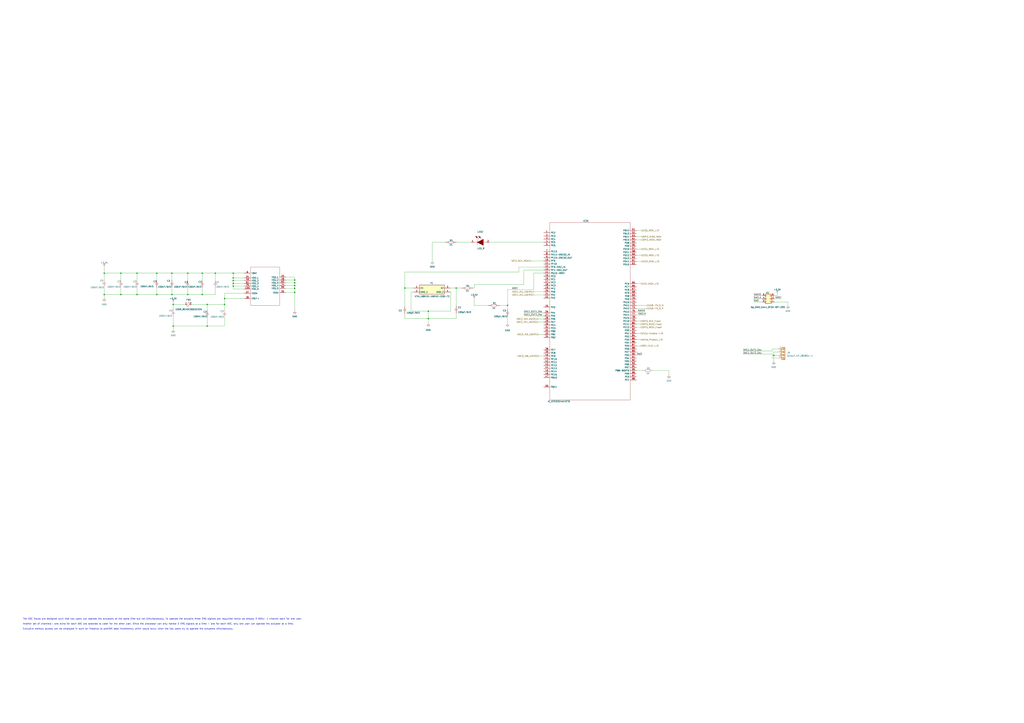
<source format=kicad_sch>
(kicad_sch (version 20230121) (generator eeschema)
  (paper "A1")
  (lib_symbols
    (symbol "C_CER/6.3V_1" (pin_names (offset 0.762))
      (property "Reference" "C" (at 8.89 6.35 0))
      (property "Value" "C_CER/6.3V" (at 8.89 3.81 0))
      (symbol "C_CER/6.3V_1_0_1"
        (polyline (pts (xy 5.588 -1.016) (xy 5.588 -1.27)))
        (polyline (pts (xy 5.588 1.27) (xy 5.588 -1.016)))
        (polyline (pts (xy 6.35 1.27) (xy 6.35 -1.27)))
      )
      (symbol "C_CER/6.3V_1_1_1"
        (pin input line (at 3.048 0 0) (length 2.54) (name "") (number ""))
        (pin input line (at 8.89 0 180) (length 2.54) (name "") (number ""))
      )
    )
    (symbol "Fermion_1:6p_SWD_Conn_DF3A-6P-2DS" (pin_names (offset 0.762))
      (property "Reference" "U" (at 6.858 -1.27 0))
      (property "Value" "6p_SWD_Conn_DF3A-6P-2DS" (at 2.54 -11.43 0))
      (symbol "6p_SWD_Conn_DF3A-6P-2DS_1_1"
        (rectangle (start 5.842 -8.509) (end 7.112 -8.763) (stroke (width 0.1524)))
        (rectangle (start 5.842 -5.969) (end 7.112 -6.223) (stroke (width 0.1524)))
        (rectangle (start 5.842 -3.429) (end 7.112 -3.683) (stroke (width 0.1524)))
        (rectangle (start 5.842 -2.286) (end 10.922 -9.906) (stroke (width 0.254)) (fill (type background)))
        (rectangle (start 10.922 -8.509) (end 9.652 -8.763) (stroke (width 0.1524)))
        (rectangle (start 10.922 -5.969) (end 9.652 -6.223) (stroke (width 0.1524)))
        (rectangle (start 10.922 -3.429) (end 9.652 -3.683) (stroke (width 0.1524)))
        (pin input line (at 13.462 -8.636 180) (length 2.54) (name "") (number "1"))
        (pin input line (at 13.462 -6.096 180) (length 2.54) (name "") (number "2"))
        (pin input line (at 3.302 -8.636 0) (length 2.54) (name "") (number "3"))
        (pin input line (at 3.302 -6.096 0) (length 2.54) (name "") (number "4"))
        (pin input line (at 3.302 -3.556 0) (length 2.54) (name "") (number "5"))
        (pin input line (at 13.462 -3.556 180) (length 2.54) (name "") (number "6"))
      )
    )
    (symbol "Fermion_1:FB_BEADC0603X33N" (pin_names (offset 0.762))
      (property "Reference" "FB" (at -1.524 3.302 0))
      (property "Value" "FB_BEADC0603X33N" (at -7.62 -5.334 0))
      (symbol "FB_BEADC0603X33N_0_1"
        (polyline (pts (xy -0.889 0) (xy -1.2954 0)))
        (polyline (pts (xy 1.27 0) (xy 0.7874 0)))
        (polyline (pts (xy -0.2794 -1.8288) (xy -1.4986 -1.1176) (xy 0.2032 1.8288) (xy 1.4224 1.1176) (xy -0.2794 -1.8288)))
      )
      (symbol "FB_BEADC0603X33N_1_1"
        (pin passive line (at -2.54 0 0) (length 1.27) (name "~") (number "1"))
        (pin passive line (at 2.54 0 180) (length 1.27) (name "~") (number "2"))
      )
    )
    (symbol "Fermion_1:Green-LED_SMLP1ECNWT86" (pin_names (offset 0.762))
      (property "Reference" "LED" (at 12.7 8.89 0))
      (property "Value" "Green-LED_SMLP1ECNWT86" (at 12.7 6.35 0))
      (symbol "Green-LED_SMLP1ECNWT86_0_0"
        (pin passive line (at 0 0 0) (length 2.54) (name "~") (number "1"))
        (pin passive line (at 15.24 0 180) (length 2.54) (name "~") (number "2"))
      )
      (symbol "Green-LED_SMLP1ECNWT86_0_1"
        (polyline (pts (xy 2.54 0) (xy 5.08 0)) (stroke (width 0.1524)))
        (polyline (pts (xy 5.08 2.54) (xy 5.08 -2.54)) (stroke (width 0.1524)))
        (polyline (pts (xy 6.35 2.54) (xy 3.81 5.08)) (stroke (width 0.1524)))
        (polyline (pts (xy 8.89 2.54) (xy 6.35 5.08)) (stroke (width 0.1524)))
        (polyline (pts (xy 10.16 0) (xy 12.7 0)) (stroke (width 0.1524)))
        (polyline (pts (xy 5.08 0) (xy 10.16 2.54) (xy 10.16 -2.54) (xy 5.08 0)) (stroke (width 0.254)) (fill (type outline)))
        (polyline (pts (xy 5.334 4.318) (xy 4.572 3.556) (xy 3.81 5.08) (xy 5.334 4.318)) (stroke (width 0.254)) (fill (type outline)))
        (polyline (pts (xy 7.874 4.318) (xy 7.112 3.556) (xy 6.35 5.08) (xy 7.874 4.318)) (stroke (width 0.254)) (fill (type outline)))
      )
    )
    (symbol "Fermion_1:R_0402" (pin_names (offset 0.762))
      (property "Reference" "R" (at 13.97 6.35 0))
      (property "Value" "R_0402" (at 13.97 3.81 0))
      (symbol "R_0402_0_1"
        (rectangle (start 6.096 1.016) (end 10.16 -0.508))
      )
      (symbol "R_0402_1_1"
        (pin input line (at 3.556 0.254 0) (length 2.54) (name "") (number ""))
        (pin input line (at 12.7 0.254 180) (length 2.54) (name "") (number ""))
      )
    )
    (symbol "Fermion_1:STM32G4A1VET6" (pin_names (offset 0.762))
      (property "Reference" "IC" (at 76.454 -24.638 90))
      (property "Value" "STM32G4A1VET6" (at 4.826 46.228 0))
      (symbol "STM32G4A1VET6_0_0"
        (pin passive line (at 0 36.576 0) (length 5.08) (name "PE2") (number "1"))
        (pin passive line (at 0 13.462 0) (length 5.08) (name "PF9") (number "10"))
        (pin passive line (at -245.872 -9.652 0) (length 5.08) (name "VDD_5") (number "100"))
        (pin passive line (at 0 10.922 0) (length 5.08) (name "PF10") (number "11"))
        (pin passive line (at 0 8.382 0) (length 5.08) (name "PF0-OSC_IN") (number "12"))
        (pin passive line (at 0 5.842 0) (length 5.08) (name "PF1-OSC_OUT") (number "13"))
        (pin passive line (at 0 3.302 0) (length 5.08) (name "PG10-NRST") (number "14"))
        (pin passive line (at 0 0.762 0) (length 5.08) (name "PC0") (number "15"))
        (pin passive line (at 0 -1.778 0) (length 5.08) (name "PC1") (number "16"))
        (pin passive line (at 0 -4.318 0) (length 5.08) (name "PC2") (number "17"))
        (pin passive line (at 0 -6.858 0) (length 5.08) (name "PC3") (number "18"))
        (pin passive line (at 0 -9.398 0) (length 5.08) (name "PF2") (number "19"))
        (pin passive line (at 0 33.782 0) (length 5.08) (name "PE3") (number "2"))
        (pin passive line (at 0 -11.938 0) (length 5.08) (name "PA0") (number "20"))
        (pin passive line (at 0 -14.478 0) (length 5.08) (name "PA1") (number "21"))
        (pin passive line (at 0 -17.018 0) (length 5.08) (name "PA2") (number "22"))
        (pin passive line (at -211.836 0 180) (length 5.08) (name "VSS_1") (number "23"))
        (pin passive line (at -245.872 -0.508 0) (length 5.08) (name "VDD_1") (number "24"))
        (pin passive line (at 0 -24.638 0) (length 5.08) (name "PA3") (number "25"))
        (pin passive line (at 0 -29.21 0) (length 5.08) (name "PA4") (number "26"))
        (pin passive line (at 0 -31.75 0) (length 5.08) (name "PA5") (number "27"))
        (pin passive line (at 0 -34.29 0) (length 5.08) (name "PA6") (number "28"))
        (pin passive line (at 0 -36.83 0) (length 5.08) (name "PA7") (number "29"))
        (pin passive line (at 0 31.242 0) (length 5.08) (name "PE4") (number "3"))
        (pin passive line (at 0 -39.37 0) (length 5.08) (name "PC4") (number "30"))
        (pin passive line (at 0 -41.91 0) (length 5.08) (name "PC5") (number "31"))
        (pin passive line (at 0 -44.45 0) (length 5.08) (name "PB0") (number "32"))
        (pin passive line (at 0 -46.99 0) (length 5.08) (name "PB1") (number "33"))
        (pin passive line (at 0 -49.53 0) (length 5.08) (name "PB2") (number "34"))
        (pin passive line (at -211.836 -12.7 180) (length 5.08) (name "VSSA") (number "35"))
        (pin passive line (at -245.872 -17.526 0) (length 5.08) (name "VREF+") (number "36"))
        (pin passive line (at -245.872 -13.208 0) (length 5.08) (name "VDDA") (number "37"))
        (pin passive line (at 0 -59.69 0) (length 5.08) (name "PE7") (number "38"))
        (pin passive line (at 0 -62.23 0) (length 5.08) (name "PE8") (number "39"))
        (pin passive line (at 0 28.702 0) (length 5.08) (name "PE5") (number "4"))
        (pin passive line (at 0 -64.77 0) (length 5.08) (name "PE9") (number "40"))
        (pin passive line (at 0 -67.31 0) (length 5.08) (name "PE10") (number "41"))
        (pin passive line (at 0 -69.85 0) (length 5.08) (name "PE11") (number "42"))
        (pin passive line (at 0 -72.39 0) (length 5.08) (name "PE12") (number "43"))
        (pin passive line (at 0 -74.93 0) (length 5.08) (name "PE13") (number "44"))
        (pin passive line (at 0 -77.47 0) (length 5.08) (name "PE14") (number "45"))
        (pin passive line (at 0 -80.01 0) (length 5.08) (name "PE15") (number "46"))
        (pin passive line (at 0 -82.55 0) (length 5.08) (name "PB10") (number "47"))
        (pin passive line (at -211.836 -2.286 180) (length 5.08) (name "VSS_2") (number "48"))
        (pin passive line (at -245.872 -2.794 0) (length 5.08) (name "VDD_2") (number "49"))
        (pin passive line (at 0 26.162 0) (length 5.08) (name "PE6") (number "5"))
        (pin passive line (at 0 -90.17 0) (length 5.08) (name "PB11") (number "50"))
        (pin passive line (at 76.2 38.354 180) (length 5.08) (name "PB12") (number "51"))
        (pin passive line (at 76.2 35.814 180) (length 5.08) (name "PB13") (number "52"))
        (pin passive line (at 76.2 33.274 180) (length 5.08) (name "PB14") (number "53"))
        (pin passive line (at 76.2 30.734 180) (length 5.08) (name "PB15") (number "54"))
        (pin passive line (at 76.2 28.194 180) (length 5.08) (name "PD8") (number "55"))
        (pin passive line (at 76.2 25.654 180) (length 5.08) (name "PD9") (number "56"))
        (pin passive line (at 76.2 23.114 180) (length 5.08) (name "PD10") (number "57"))
        (pin passive line (at 76.2 20.574 180) (length 5.08) (name "PD11") (number "58"))
        (pin passive line (at 76.2 18.034 180) (length 5.08) (name "PD12") (number "59"))
        (pin passive line (at -245.872 3.302 0) (length 5.08) (name "VBAT") (number "6"))
        (pin passive line (at 76.2 15.494 180) (length 5.08) (name "PD13") (number "60"))
        (pin passive line (at 76.2 12.954 180) (length 5.08) (name "PD14") (number "61"))
        (pin passive line (at 76.2 10.414 180) (length 5.08) (name "PD15") (number "62"))
        (pin passive line (at -211.836 -4.572 180) (length 5.08) (name "VSS_3") (number "63"))
        (pin passive line (at -245.872 -5.08 0) (length 5.08) (name "VDD_3") (number "64"))
        (pin passive line (at 76.2 -5.334 180) (length 5.08) (name "PC6") (number "65"))
        (pin passive line (at 76.2 -7.874 180) (length 5.08) (name "PC7") (number "66"))
        (pin passive line (at 76.2 -10.414 180) (length 5.08) (name "PC8") (number "67"))
        (pin passive line (at 76.2 -12.954 180) (length 5.08) (name "PC9") (number "68"))
        (pin passive line (at 76.2 -15.494 180) (length 5.08) (name "PA8") (number "69"))
        (pin passive line (at 0 21.082 0) (length 5.08) (name "PC13") (number "7"))
        (pin passive line (at 76.2 -18.034 180) (length 5.08) (name "PA9") (number "70"))
        (pin passive line (at 76.2 -20.574 180) (length 5.08) (name "PA10") (number "71"))
        (pin passive line (at 76.2 -23.114 180) (length 5.08) (name "PA11") (number "72"))
        (pin passive line (at 76.2 -25.654 180) (length 5.08) (name "PA12") (number "73"))
        (pin passive line (at -211.836 -6.858 180) (length 5.08) (name "VSS_4") (number "74"))
        (pin passive line (at -245.872 -7.366 0) (length 5.08) (name "VDD_4") (number "75"))
        (pin passive line (at 76.2 -28.448 180) (length 5.08) (name "PA13") (number "76"))
        (pin passive line (at 76.2 -30.988 180) (length 5.08) (name "PA14") (number "77"))
        (pin passive line (at 76.2 -33.528 180) (length 5.08) (name "PA15") (number "78"))
        (pin passive line (at 76.2 -36.068 180) (length 5.08) (name "PC10") (number "79"))
        (pin passive line (at 0 18.542 0) (length 5.08) (name "PC14-OSC32_IN") (number "8"))
        (pin passive line (at 76.2 -38.608 180) (length 5.08) (name "PC11") (number "80"))
        (pin passive line (at 76.2 -41.148 180) (length 5.08) (name "PC12") (number "81"))
        (pin passive line (at 76.2 -43.688 180) (length 5.08) (name "PD0") (number "82"))
        (pin passive line (at 76.2 -46.228 180) (length 5.08) (name "PD1") (number "83"))
        (pin passive line (at 76.2 -48.768 180) (length 5.08) (name "PD2") (number "84"))
        (pin passive line (at 76.2 -51.308 180) (length 5.08) (name "PD3") (number "85"))
        (pin passive line (at 76.2 -53.848 180) (length 5.08) (name "PD4") (number "86"))
        (pin passive line (at 76.2 -56.388 180) (length 5.08) (name "PD5") (number "87"))
        (pin passive line (at 76.2 -58.928 180) (length 5.08) (name "PD6") (number "88"))
        (pin passive line (at 76.2 -61.468 180) (length 5.08) (name "PD7") (number "89"))
        (pin passive line (at 0 16.002 0) (length 5.08) (name "PC15-OSC32_OUT") (number "9"))
        (pin passive line (at 76.2 -64.008 180) (length 5.08) (name "PB3") (number "90"))
        (pin passive line (at 76.2 -66.548 180) (length 5.08) (name "PB4") (number "91"))
        (pin passive line (at 76.2 -69.088 180) (length 5.08) (name "PB5") (number "92"))
        (pin passive line (at 76.2 -71.628 180) (length 5.08) (name "PB6") (number "93"))
        (pin passive line (at 76.2 -74.168 180) (length 5.08) (name "PB7") (number "94"))
        (pin passive line (at 76.2 -76.708 180) (length 5.08) (name "PB8-BOOT0") (number "95"))
        (pin passive line (at 76.2 -79.248 180) (length 5.08) (name "PB9") (number "96"))
        (pin passive line (at 76.2 -81.788 180) (length 5.08) (name "PE0") (number "97"))
        (pin passive line (at 76.2 -84.328 180) (length 5.08) (name "PE1") (number "98"))
        (pin passive line (at -211.836 -9.144 180) (length 5.08) (name "VSS_5") (number "99"))
      )
      (symbol "STM32G4A1VET6_0_1"
        (rectangle (start -240.792 8.382) (end -216.916 -23.114))
        (rectangle (start 5.08 44.958) (end 71.12 -100.838))
      )
    )
    (symbol "Fermion_1:ScrewT_4p_282834-4" (pin_names (offset 0.762))
      (property "Reference" "J" (at -2.794 10.16 0))
      (property "Value" "ScrewT_4p_282834-4" (at -11.938 -2.794 0))
      (symbol "ScrewT_4p_282834-4_1_1"
        (rectangle (start -4.064 9.144) (end -1.524 -1.016) (stroke (width 0.254)) (fill (type background)))
        (circle (center -2.794 0.254) (radius 0.635) (stroke (width 0.1524)))
        (circle (center -2.794 2.794) (radius 0.635) (stroke (width 0.1524)))
        (circle (center -2.794 5.334) (radius 0.635) (stroke (width 0.1524)))
        (circle (center -2.794 7.874) (radius 0.635) (stroke (width 0.1524)))
        (polyline (pts (xy -3.3274 0.5842) (xy -2.4638 -0.254)) (stroke (width 0.1524)))
        (polyline (pts (xy -3.3274 3.1242) (xy -2.4638 2.286)) (stroke (width 0.1524)))
        (polyline (pts (xy -3.3274 5.6642) (xy -2.4638 4.826)) (stroke (width 0.1524)))
        (polyline (pts (xy -3.3274 8.2042) (xy -2.4638 7.366)) (stroke (width 0.1524)))
        (polyline (pts (xy -3.1496 0.762) (xy -2.286 -0.0762)) (stroke (width 0.1524)))
        (polyline (pts (xy -3.1496 3.302) (xy -2.286 2.4638)) (stroke (width 0.1524)))
        (polyline (pts (xy -3.1496 5.842) (xy -2.286 5.0038)) (stroke (width 0.1524)))
        (polyline (pts (xy -3.1496 8.382) (xy -2.286 7.5438)) (stroke (width 0.1524)))
        (pin input line (at -6.604 7.874 0) (length 2.54) (name "") (number "1"))
        (pin input line (at -6.604 5.334 0) (length 2.54) (name "") (number "2"))
        (pin input line (at -6.604 2.54 0) (length 2.54) (name "") (number "3"))
        (pin input line (at -6.604 0.254 0) (length 2.54) (name "") (number "4"))
      )
    )
    (symbol "Fermion_1:XTAL_ABM10-16MHZ-D30-T3"
      (property "Reference" "Y" (at 26.67 7.62 0))
      (property "Value" "XTAL_ABM10-16MHZ-D30-T3" (at 26.67 5.08 0))
      (symbol "XTAL_ABM10-16MHZ-D30-T3_1_1"
        (rectangle (start 5.08 2.54) (end 25.4 -5.08) (stroke (width 0.254)) (fill (type background)))
        (pin passive line (at 0 0 0) (length 5.08) (name "X1") (number "1"))
        (pin passive line (at 0 -3.302 0) (length 5.08) (name "GND_1") (number "2"))
        (pin passive line (at 30.48 0 180) (length 5.08) (name "X2") (number "3"))
        (pin passive line (at 30.48 -3.302 180) (length 5.08) (name "GND_2") (number "4"))
      )
    )
    (symbol "power:+3.3V" (power) (pin_names (offset 0))
      (property "Value" "+3.3V" (at 0 3.556 0))
      (symbol "+3.3V_0_1"
        (polyline (pts (xy -0.762 1.27) (xy 0 2.54)))
        (polyline (pts (xy 0 0) (xy 0 2.54)))
        (polyline (pts (xy 0 2.54) (xy 0.762 1.27)))
      )
      (symbol "+3.3V_1_1"
        (pin power_in line (at 0 0 90) (length 0) hide (name "+3.3V") (number "1"))
      )
    )
    (symbol "power:GND" (power) (pin_names (offset 0))
      (property "Value" "GND" (at 0 -3.81 0))
      (symbol "GND_0_1"
        (polyline (pts (xy 0 0) (xy 0 -1.27) (xy 1.27 -1.27) (xy 0 -2.54) (xy -1.27 -1.27) (xy 0 -1.27)))
      )
      (symbol "GND_1_1"
        (pin power_in line (at 0 0 270) (length 0) hide (name "GND") (number "1"))
      )
    )
  )
  (junction (at 166.116 224.536))
  (junction (at 128.778 224.536))
  (junction (at 184.404 250.19))
  (junction (at 141.224 242.062))
  (junction (at 141.224 224.536))
  (junction (at 85.598 224.536))
  (junction (at 191.516 224.536))
  (junction (at 351.79 255.778))
  (junction (at 176.784 224.536))
  (junction (at 142.24 267.97))
  (junction (at 191.516 228.346))
  (junction (at 191.516 235.204))
  (junction (at 191.516 232.918))
  (junction (at 635.4572 292.0492))
  (junction (at 242.062 234.696))
  (junction (at 416.814 250.952))
  (junction (at 242.062 240.284))
  (junction (at 85.598 242.062))
  (junction (at 99.314 242.062))
  (junction (at 351.79 261.874))
  (junction (at 332.486 236.728))
  (junction (at 242.062 232.41))
  (junction (at 184.404 245.364))
  (junction (at 170.18 250.19))
  (junction (at 242.062 230.124))
  (junction (at 170.18 267.97))
  (junction (at 128.778 242.062))
  (junction (at 166.116 242.062))
  (junction (at 374.65 236.728))
  (junction (at 99.314 224.536))
  (junction (at 142.24 250.19))
  (junction (at 154.178 242.062))
  (junction (at 191.516 230.632))
  (junction (at 242.062 236.982))
  (junction (at 154.178 224.536))
  (junction (at 112.522 224.536))
  (junction (at 112.522 242.062))
  (wire (pts (xy 241.808 240.538) (xy 241.808 240.284)))
  (wire (pts (xy 200.66 232.918) (xy 191.516 232.918)))
  (wire (pts (xy 441.96 262.128) (xy 446.532 262.128)))
  (wire (pts (xy 184.404 245.364) (xy 184.404 250.19)))
  (wire (pts (xy 234.696 240.538) (xy 241.808 240.538)))
  (wire (pts (xy 242.062 230.124) (xy 242.062 232.41)))
  (wire (pts (xy 99.314 236.22) (xy 99.314 242.062)))
  (wire (pts (xy 166.116 242.062) (xy 176.784 242.062)))
  (wire (pts (xy 141.224 224.536) (xy 154.178 224.536)))
  (wire (pts (xy 610.362 288.544) (xy 634.3904 288.544)))
  (wire (pts (xy 85.598 224.536) (xy 99.314 224.536)))
  (wire (pts (xy 234.696 232.41) (xy 242.062 232.41)))
  (wire (pts (xy 370.078 240.03) (xy 370.078 255.778)))
  (wire (pts (xy 112.522 236.22) (xy 112.522 242.062)))
  (wire (pts (xy 184.404 261.112) (xy 184.404 267.97)))
  (wire (pts (xy 242.062 236.982) (xy 242.062 240.284)))
  (wire (pts (xy 389.382 250.952) (xy 401.066 250.952)))
  (wire (pts (xy 141.224 236.22) (xy 141.224 242.062)))
  (wire (pts (xy 154.178 224.536) (xy 166.116 224.536)))
  (wire (pts (xy 112.522 224.536) (xy 112.522 230.378)))
  (wire (pts (xy 430.276 233.934) (xy 389.382 233.934)))
  (wire (pts (xy 610.362 291.084) (xy 634.3904 291.084)))
  (wire (pts (xy 128.778 242.062) (xy 141.224 242.062)))
  (wire (pts (xy 522.732 253.492) (xy 531.114 253.492)))
  (wire (pts (xy 234.696 230.124) (xy 242.062 230.124)))
  (wire (pts (xy 636.016 245.5672) (xy 641.7564 245.5672)))
  (wire (pts (xy 416.814 260.096) (xy 416.814 265.938)))
  (wire (pts (xy 438.404 242.316) (xy 446.532 242.316)))
  (wire (pts (xy 618.9472 248.1072) (xy 625.856 248.1072)))
  (wire (pts (xy 128.778 224.536) (xy 141.224 224.536)))
  (wire (pts (xy 241.808 240.284) (xy 242.062 240.284)))
  (wire (pts (xy 416.814 237.998) (xy 416.814 250.952)))
  (wire (pts (xy 522.732 233.172) (xy 526.288 233.172)))
  (wire (pts (xy 536.702 304.546) (xy 549.402 304.546)))
  (wire (pts (xy 522.732 214.884) (xy 526.796 214.884)))
  (wire (pts (xy 191.516 228.346) (xy 200.66 228.346)))
  (wire (pts (xy 85.598 235.966) (xy 85.598 242.062)))
  (wire (pts (xy 522.732 258.826) (xy 530.606 258.826)))
  (wire (pts (xy 446.532 221.996) (xy 430.276 221.996)))
  (wire (pts (xy 234.696 234.696) (xy 242.062 234.696)))
  (wire (pts (xy 141.224 230.378) (xy 141.224 224.536)))
  (wire (pts (xy 441.96 264.668) (xy 446.532 264.668)))
  (wire (pts (xy 234.696 236.982) (xy 242.062 236.982)))
  (wire (pts (xy 636.016 248.1072) (xy 647.1412 248.1072)))
  (wire (pts (xy 442.722 292.608) (xy 446.532 292.608)))
  (wire (pts (xy 374.65 236.728) (xy 374.65 251.46)))
  (wire (pts (xy 365.76 199.136) (xy 355.092 199.136)))
  (wire (pts (xy 446.532 219.456) (xy 426.212 219.456)))
  (wire (pts (xy 332.486 261.874) (xy 351.79 261.874)))
  (wire (pts (xy 184.404 245.364) (xy 200.66 245.364)))
  (wire (pts (xy 191.516 230.632) (xy 191.516 232.918)))
  (wire (pts (xy 374.65 236.728) (xy 379.222 236.728)))
  (wire (pts (xy 191.516 235.204) (xy 200.66 235.204)))
  (wire (pts (xy 386.842 199.136) (xy 374.904 199.136)))
  (wire (pts (xy 85.598 219.202) (xy 85.598 224.536)))
  (wire (pts (xy 416.814 237.998) (xy 438.404 237.998)))
  (wire (pts (xy 339.598 236.728) (xy 332.486 236.728)))
  (wire (pts (xy 634.3904 294.3352) (xy 639.572 294.3352)))
  (wire (pts (xy 166.116 236.474) (xy 166.116 242.062)))
  (wire (pts (xy 389.382 233.934) (xy 389.382 236.728)))
  (wire (pts (xy 184.404 241.046) (xy 184.404 245.364)))
  (wire (pts (xy 635.4572 289.2552) (xy 635.4572 292.0492)))
  (wire (pts (xy 438.404 239.776) (xy 446.532 239.776)))
  (wire (pts (xy 374.65 257.302) (xy 374.65 261.874)))
  (wire (pts (xy 430.276 257.048) (xy 446.532 257.048)))
  (wire (pts (xy 337.566 255.778) (xy 351.79 255.778)))
  (wire (pts (xy 370.078 236.728) (xy 374.65 236.728)))
  (wire (pts (xy 634.3904 286.7152) (xy 639.572 286.7152)))
  (wire (pts (xy 191.516 237.49) (xy 191.516 235.204)))
  (wire (pts (xy 635.4572 292.0492) (xy 635.4572 297.1292)))
  (wire (pts (xy 430.276 259.588) (xy 446.532 259.588)))
  (wire (pts (xy 166.116 224.536) (xy 176.784 224.536)))
  (wire (pts (xy 157.226 250.19) (xy 170.18 250.19)))
  (wire (pts (xy 242.062 234.696) (xy 242.062 236.982)))
  (wire (pts (xy 142.24 250.19) (xy 142.24 254.508)))
  (wire (pts (xy 522.732 266.446) (xy 526.034 266.446)))
  (wire (pts (xy 522.732 268.986) (xy 526.034 268.986)))
  (wire (pts (xy 389.382 245.618) (xy 389.382 250.952)))
  (wire (pts (xy 446.532 224.536) (xy 438.404 224.536)))
  (wire (pts (xy 142.24 260.35) (xy 142.24 267.97)))
  (wire (pts (xy 438.404 224.536) (xy 438.404 237.998)))
  (wire (pts (xy 128.778 230.378) (xy 128.778 224.536)))
  (wire (pts (xy 191.516 232.918) (xy 191.516 235.204)))
  (wire (pts (xy 170.18 250.19) (xy 170.18 255.27)))
  (wire (pts (xy 522.732 197.104) (xy 526.542 197.104)))
  (wire (pts (xy 549.402 304.546) (xy 549.402 308.356)))
  (wire (pts (xy 332.486 257.81) (xy 332.486 261.874)))
  (wire (pts (xy 142.24 267.97) (xy 170.18 267.97)))
  (wire (pts (xy 522.732 263.906) (xy 526.034 263.906)))
  (wire (pts (xy 410.21 250.952) (xy 416.814 250.952)))
  (wire (pts (xy 242.062 232.41) (xy 242.062 234.696)))
  (wire (pts (xy 154.178 242.062) (xy 166.116 242.062)))
  (wire (pts (xy 141.224 242.062) (xy 154.178 242.062)))
  (wire (pts (xy 99.314 224.536) (xy 99.314 230.378)))
  (wire (pts (xy 242.062 240.284) (xy 242.062 255.524)))
  (wire (pts (xy 142.24 267.97) (xy 142.24 271.018)))
  (wire (pts (xy 184.404 250.19) (xy 184.404 255.27)))
  (wire (pts (xy 242.062 227.838) (xy 242.062 230.124)))
  (wire (pts (xy 128.778 236.22) (xy 128.778 242.062)))
  (wire (pts (xy 112.522 242.062) (xy 128.778 242.062)))
  (wire (pts (xy 522.732 291.846) (xy 527.304 291.846)))
  (wire (pts (xy 234.696 227.838) (xy 242.062 227.838)))
  (wire (pts (xy 176.784 224.536) (xy 191.516 224.536)))
  (wire (pts (xy 442.468 274.828) (xy 446.532 274.828)))
  (wire (pts (xy 99.314 242.062) (xy 112.522 242.062)))
  (wire (pts (xy 170.18 267.97) (xy 184.404 267.97)))
  (wire (pts (xy 191.516 228.346) (xy 191.516 230.632)))
  (wire (pts (xy 522.732 274.066) (xy 526.034 274.066)))
  (wire (pts (xy 191.516 224.536) (xy 191.516 228.346)))
  (wire (pts (xy 112.522 224.536) (xy 128.778 224.536)))
  (wire (pts (xy 522.732 194.564) (xy 526.542 194.564)))
  (wire (pts (xy 154.178 224.536) (xy 154.178 230.632)))
  (wire (pts (xy 618.8964 245.5672) (xy 625.856 245.5672)))
  (wire (pts (xy 170.18 250.19) (xy 184.404 250.19)))
  (wire (pts (xy 166.116 224.536) (xy 166.116 230.632)))
  (wire (pts (xy 200.66 241.046) (xy 184.404 241.046)))
  (wire (pts (xy 154.178 236.474) (xy 154.178 242.062)))
  (wire (pts (xy 351.79 261.874) (xy 351.79 265.684)))
  (wire (pts (xy 435.864 214.376) (xy 446.532 214.376)))
  (wire (pts (xy 176.784 230.632) (xy 176.784 224.536)))
  (wire (pts (xy 99.314 224.536) (xy 112.522 224.536)))
  (wire (pts (xy 634.3904 288.544) (xy 634.3904 286.7152)))
  (wire (pts (xy 522.732 209.804) (xy 526.542 209.804)))
  (wire (pts (xy 332.486 236.728) (xy 332.486 251.968)))
  (wire (pts (xy 355.092 199.136) (xy 355.092 214.63)))
  (wire (pts (xy 339.598 240.03) (xy 337.566 240.03)))
  (wire (pts (xy 634.3904 291.084) (xy 634.3904 294.3352)))
  (wire (pts (xy 635.4572 292.0492) (xy 639.572 292.0492)))
  (wire (pts (xy 85.598 242.062) (xy 85.598 245.11)))
  (wire (pts (xy 522.732 279.146) (xy 526.034 279.146)))
  (wire (pts (xy 426.212 219.456) (xy 426.212 223.52)))
  (wire (pts (xy 522.732 256.286) (xy 529.844 256.286)))
  (wire (pts (xy 619.0996 243.0272) (xy 625.856 243.0272)))
  (wire (pts (xy 351.79 255.778) (xy 351.79 261.874)))
  (wire (pts (xy 142.24 248.666) (xy 142.24 250.19)))
  (wire (pts (xy 337.566 240.03) (xy 337.566 255.778)))
  (wire (pts (xy 191.516 224.536) (xy 200.66 224.536)))
  (wire (pts (xy 638.3528 241.3) (xy 638.3528 243.0272)))
  (wire (pts (xy 647.1412 248.1072) (xy 647.1412 251.0536)))
  (wire (pts (xy 636.016 243.0272) (xy 638.3528 243.0272)))
  (wire (pts (xy 191.516 230.632) (xy 200.66 230.632)))
  (wire (pts (xy 374.65 261.874) (xy 351.79 261.874)))
  (wire (pts (xy 522.732 189.484) (xy 526.542 189.484)))
  (wire (pts (xy 170.18 261.112) (xy 170.18 267.97)))
  (wire (pts (xy 389.382 236.728) (xy 388.366 236.728)))
  (wire (pts (xy 370.078 255.778) (xy 351.79 255.778)))
  (wire (pts (xy 142.24 250.19) (xy 152.146 250.19)))
  (wire (pts (xy 85.598 242.062) (xy 99.314 242.062)))
  (wire (pts (xy 430.276 221.996) (xy 430.276 233.934)))
  (wire (pts (xy 332.486 223.52) (xy 426.212 223.52)))
  (wire (pts (xy 522.732 250.952) (xy 531.114 250.952)))
  (wire (pts (xy 522.732 304.546) (xy 527.558 304.546)))
  (wire (pts (xy 639.572 289.2552) (xy 635.4572 289.2552)))
  (wire (pts (xy 416.814 250.952) (xy 416.814 254.254)))
  (wire (pts (xy 522.732 284.226) (xy 526.034 284.226)))
  (wire (pts (xy 85.598 230.124) (xy 85.598 224.536)))
  (wire (pts (xy 200.66 237.49) (xy 191.516 237.49)))
  (wire (pts (xy 332.486 223.52) (xy 332.486 236.728)))
  (wire (pts (xy 522.732 204.724) (xy 526.542 204.724)))
  (wire (pts (xy 176.784 236.474) (xy 176.784 242.062)))
  (wire (pts (xy 402.082 199.136) (xy 446.532 199.136)))
  (text "The ADC inputs are designed such that two users can operate the actuators at the same time but not simultaneously. To operate the actuatrs three EMG signals are requuired hence we employ 3 ADCs- 1 channel each for one user.\n\nAnother set of channels- one extra for each ADC are selected to cater for the other user. Since the processor can only handle 3 EMG signals at a time - one for each ADC, only one user can operate the actuator at a time. \n\nExclusive memory access can be employed in such an instance to prohibit data incoherency which would occur when the two users try to operate the actuators simultaneusly.\n " (at 18.796 519.684 0) (effects (font (size 1.27 1.27)) (justify left bottom)))
  (label "SWDIO" (at 529.844 256.286 180))
  (label "DAC1_OUT1_Osc" (at 430.276 257.048 0))
  (label "SWCLK" (at 530.606 258.826 180))
  (label "NRST" (at 641.7564 245.5672 180))
  (label "SWO" (at 527.304 291.846 180))
  (label "DAC1_OUT2_Osc" (at 430.276 259.588 0))
  (label "SWDIO" (at 619.0996 243.0272 0))
  (label "NRST" (at 420.37 237.998 0))
  (label "DAC1_OUT1_Osc" (at 610.362 288.544 0))
  (label "DAC1_OUT2_Osc" (at 610.362 291.084 0))
  (label "SWO" (at 618.9472 248.1072 0))
  (label "SWCLK" (at 618.8964 245.5672 0))
  (hierarchical_label "SPI2_MOSI_MtDr" (shape input) (at 526.542 197.104 0))
  (hierarchical_label "CS3_MtDr_I{slash}O" (shape input) (at 526.542 209.804 0))
  (hierarchical_label "SPI2_MISO_MtDr" (shape input) (at 526.542 194.564 0))
  (hierarchical_label "ADC2_IN3_USER1" (shape input) (at 441.96 262.128 180))
  (hierarchical_label "ADC1_IN1_USER1" (shape input) (at 438.404 239.776 180))
  (hierarchical_label "ADC1_IN2_USER2" (shape input) (at 438.404 242.316 180))
  (hierarchical_label "SPI3_SCK_Flash" (shape input) (at 526.034 263.906 0))
  (hierarchical_label "SPI2_SCK_MtDr" (shape input) (at 435.864 214.376 180))
  (hierarchical_label "ADC3_IN5_USER1" (shape input) (at 442.468 274.828 180))
  (hierarchical_label "ADC3_IN6_USER2" (shape input) (at 442.722 292.608 180))
  (hierarchical_label "CS2_MtDr_I{slash}O" (shape input) (at 526.796 214.884 0))
  (hierarchical_label "CS5_MtDr_I{slash}O" (shape input) (at 526.542 189.484 0))
  (hierarchical_label "CS4_MtDr_I{slash}O" (shape input) (at 526.542 204.724 0))
  (hierarchical_label "CS1_MtDr_I{slash}O" (shape input) (at 526.288 233.172 0))
  (hierarchical_label "USB-FS_D_P" (shape input) (at 531.114 253.492 0))
  (hierarchical_label "ADC2_IN4_USER2" (shape input) (at 441.96 264.668 180))
  (hierarchical_label "SPI3_MOSI_Flash" (shape input) (at 526.034 268.986 0))
  (hierarchical_label "USB-FS_D_N" (shape input) (at 531.114 250.952 0))
  (hierarchical_label "RST{slash}HLD-I{slash}O" (shape input) (at 526.034 284.226 0))
  (hierarchical_label "SPI3_MISO_Flash" (shape input) (at 526.034 266.446 0))
  (hierarchical_label "Chip-Enable-I{slash}O" (shape input) (at 526.034 274.066 0))
  (hierarchical_label "Write_Protect_I{slash}O" (shape input) (at 526.034 279.146 0))
  (symbol (lib_id "Fermion_1:6p_SWD_Conn_DF3A-6P-2DS") (at 622.554 239.4712 0) (unit 1)
    (property "Reference" "U1" (at 630.428 240.4618 0))
    (property "Value" "6p_SWD_Conn_DF3A-6P-2DS" (at 630.682 252.4252 0))
    (property "Footprint" "Fermion_1:SWD_header_SHDRRA6W60P0X200_1X6_1400X720X530P" (effects hide))
    (property "Datasheet" "https://www.hirose.com/en/product/document?clcode=CL0543-0183-1-00&productname=DF3A-6P-2DS&series=DF3&documenttype=2DDrawing&lang=en&documentid=0000991757" (effects hide))
    (property "Description" "Headers & Wire Housings 2MM R/A PCB HEADER 6POS THRU-HOLE TIN" (effects hide))
    (property "Height" "5.3" (effects hide))
    (property "Manufacturer_Name" "Hirose" (effects hide))
    (property "Manufacturer_Part_Number" "DF3A-6P-2DS" (effects hide))
  )
  (symbol (lib_id "Fermion_1:R_0402") (at 362.204 199.39 0) (unit 1)
    (property "Reference" "R1" (at 370.586 197.612 0))
    (property "Value" "1K" (at 370.332 201.168 0))
    (property "Footprint" "Fermion_1:RES0402" (effects hide))
    (property "Datasheet" "https://g.componentsearchengine.com/Datasheets/0/13902106.pdf" (effects hide))
    (property "Description" "CFN Series Metal Foil, Current Sense Resistor" (effects hide))
    (property "Height" "0.55" (effects hide))
    (property "Mouser Part Number" "652-CFN0402-JX-R020E" (effects hide))
    (property "Mouser Price/Stock" "https://www.mouser.co.uk/ProductDetail/Bourns/CFN0402-JX-R020ELF?qs=iLbezkQI%252Bsi0LPdSp%252B%2FClA%3D%3D" (effects hide))
    (property "Manufacturer_Name" "Bourns" (effects hide))
    (property "Manufacturer_Part_Number" "CFN0402-JX-R020ELF" (effects hide))
    (instances (project "EMG_2" (path "" (reference "R1") (unit 1)) (path "" (reference "R127") (unit 1))))
  )
  (symbol (lib_id "Fermion_1:R_0402") (at 524.002 304.8 0) (unit 1)
    (property "Reference" "R1" (at 532.638 302.768 0))
    (property "Value" "1K" (at 532.13 306.832 0))
    (property "Footprint" "Fermion_1:RES0402" (effects hide))
    (property "Datasheet" "https://g.componentsearchengine.com/Datasheets/0/13902106.pdf" (effects hide))
    (property "Description" "CFN Series Metal Foil, Current Sense Resistor" (effects hide))
    (property "Height" "0.55" (effects hide))
    (property "Mouser Part Number" "652-CFN0402-JX-R020E" (effects hide))
    (property "Mouser Price/Stock" "https://www.mouser.co.uk/ProductDetail/Bourns/CFN0402-JX-R020ELF?qs=iLbezkQI%252Bsi0LPdSp%252B%2FClA%3D%3D" (effects hide))
    (property "Manufacturer_Name" "Bourns" (effects hide))
    (property "Manufacturer_Part_Number" "CFN0402-JX-R020ELF" (effects hide))
    (instances (project "EMG_2" (path "" (reference "R1") (unit 1)) (path "" (reference "R130") (unit 1))))
  )
  (symbol (lib_name "C_CER/6.3V_1") (lib_id "Fermion_1:C_CER/6.3V") (at 184.404 264.16 90) (unit 1)
    (property "Reference" "C3" (at 182.372 255.778 90))
    (property "Value" "100nF/6V3" (at 178.308 260.35 90))
    (property "Footprint" "Fermion_1:0402CAP" (effects hide))
    (property "Datasheet" "https://datasheets.kyocera-avx.com/U-Series.pdf" (effects hide))
    (property "Description" "Multilayer Ceramic Capacitors MLCC - SMD/SMT 6.3V 22uF X5R 0402 20% Tol HIGH CV" (effects hide))
    (property "Height" "0.56" (effects hide))
    (property "Mouser Part Number" "581-04026D226MAT2A" (effects hide))
    (property "Mouser Price/Stock" "https://www.mouser.co.uk/ProductDetail/AVX/04026D226MAT2A?qs=L9xfcFkVX3eSCAzdzufHAA%3D%3D" (effects hide))
    (property "Manufacturer_Name" "AVX" (effects hide))
    (property "Manufacturer_Part_Number" "04026D226MAT2A" (effects hide))
    (instances (project "EMG_2" (path "" (reference "C3") (unit 1)) (path "" (reference "C59") (unit 1))))
  )
  (symbol (lib_id "power:GND") (at 85.598 245.11 0) (unit 1)
    (property "Reference" "#PWR06" (effects hide))
    (property "Value" "GND" (at 85.598 250.19 0))
  )
  (symbol (lib_name "C_CER/6.3V_1") (lib_id "Fermion_1:C_CER/6.3V") (at 99.314 239.268 90) (unit 1)
    (property "Reference" "C3" (at 97.79 231.394 90))
    (property "Value" "100nF/6V3" (at 93.472 235.712 90))
    (property "Footprint" "Fermion_1:0402CAP" (effects hide))
    (property "Datasheet" "https://datasheets.kyocera-avx.com/U-Series.pdf" (effects hide))
    (property "Description" "Multilayer Ceramic Capacitors MLCC - SMD/SMT 6.3V 22uF X5R 0402 20% Tol HIGH CV" (effects hide))
    (property "Height" "0.56" (effects hide))
    (property "Mouser Part Number" "581-04026D226MAT2A" (effects hide))
    (property "Mouser Price/Stock" "https://www.mouser.co.uk/ProductDetail/AVX/04026D226MAT2A?qs=L9xfcFkVX3eSCAzdzufHAA%3D%3D" (effects hide))
    (property "Manufacturer_Name" "AVX" (effects hide))
    (property "Manufacturer_Part_Number" "04026D226MAT2A" (effects hide))
    (instances (project "EMG_2" (path "" (reference "C3") (unit 1)) (path "" (reference "C50") (unit 1))))
  )
  (symbol (lib_id "power:GND") (at 142.24 271.018 0) (unit 1)
    (property "Reference" "#PWR07" (effects hide))
    (property "Value" "GND" (at 142.24 275.59 0))
  )
  (symbol (lib_name "C_CER/6.3V_1") (lib_id "Fermion_1:C_CER/6.3V") (at 141.224 239.268 90) (unit 1)
    (property "Reference" "C3" (at 138.43 230.886 90))
    (property "Value" "100nF/6V3" (at 135.128 235.712 90))
    (property "Footprint" "Fermion_1:0402CAP" (effects hide))
    (property "Datasheet" "https://datasheets.kyocera-avx.com/U-Series.pdf" (effects hide))
    (property "Description" "Multilayer Ceramic Capacitors MLCC - SMD/SMT 6.3V 22uF X5R 0402 20% Tol HIGH CV" (effects hide))
    (property "Height" "0.56" (effects hide))
    (property "Mouser Part Number" "581-04026D226MAT2A" (effects hide))
    (property "Mouser Price/Stock" "https://www.mouser.co.uk/ProductDetail/AVX/04026D226MAT2A?qs=L9xfcFkVX3eSCAzdzufHAA%3D%3D" (effects hide))
    (property "Manufacturer_Name" "AVX" (effects hide))
    (property "Manufacturer_Part_Number" "04026D226MAT2A" (effects hide))
    (instances (project "EMG_2" (path "" (reference "C3") (unit 1)) (path "" (reference "C53") (unit 1))))
  )
  (symbol (lib_id "power:GND") (at 351.79 265.684 0) (unit 1)
    (property "Reference" "#PWR08" (effects hide))
    (property "Value" "GND" (at 351.79 271.272 0))
  )
  (symbol (lib_id "Fermion_1:STM32G4A1VET6") (at 446.532 227.838 0) (unit 1)
    (property "Reference" "IC25" (at 481.076 181.61 0))
    (property "Value" "IC_STM32G4A1VET6" (at 458.978 329.946 0))
    (property "Footprint" "Fermion_1:G4_QFP50P1600X1600X160-100N" (effects hide))
    (property "Datasheet" "https://www.st.com/resource/en/datasheet/stm32g4a1ve.pdf" (effects hide))
    (property "Description" "ARM Microcontrollers - MCU Mainstream Arm Cortex-M4 MCU 170 MHz 512 Kbytes Flash" (effects hide))
    (property "Height" "1.6" (effects hide))
    (property "Manufacturer_Name" "STMicroelectronics" (effects hide))
    (property "Manufacturer_Part_Number" "STM32G4A1VET6" (effects hide))
  )
  (symbol (lib_id "power:GND") (at 647.1412 251.0536 0) (unit 1)
    (property "Reference" "#PWR0140" (effects hide))
    (property "Value" "GND" (at 647.1412 255.6256 0))
  )
  (symbol (lib_name "C_CER/6.3V_1") (lib_id "Fermion_1:C_CER/6.3V") (at 142.24 263.398 90) (unit 1)
    (property "Reference" "C3" (at 140.462 255.27 90))
    (property "Value" "100nF/6V3" (at 135.89 259.588 90))
    (property "Footprint" "Fermion_1:0402CAP" (effects hide))
    (property "Datasheet" "https://datasheets.kyocera-avx.com/U-Series.pdf" (effects hide))
    (property "Description" "Multilayer Ceramic Capacitors MLCC - SMD/SMT 6.3V 22uF X5R 0402 20% Tol HIGH CV" (effects hide))
    (property "Height" "0.56" (effects hide))
    (property "Mouser Part Number" "581-04026D226MAT2A" (effects hide))
    (property "Mouser Price/Stock" "https://www.mouser.co.uk/ProductDetail/AVX/04026D226MAT2A?qs=L9xfcFkVX3eSCAzdzufHAA%3D%3D" (effects hide))
    (property "Manufacturer_Name" "AVX" (effects hide))
    (property "Manufacturer_Part_Number" "04026D226MAT2A" (effects hide))
    (instances (project "EMG_2" (path "" (reference "C3") (unit 1)) (path "" (reference "C54") (unit 1))))
  )
  (symbol (lib_name "C_CER/6.3V_1") (lib_id "Fermion_1:C_CER/6.3V") (at 374.65 260.35 90) (unit 1)
    (property "Reference" "C3" (at 377.19 252.73 90))
    (property "Value" "100pF/6V3" (at 381.508 256.54 90))
    (property "Footprint" "Fermion_1:0402CAP" (effects hide))
    (property "Datasheet" "https://datasheets.kyocera-avx.com/U-Series.pdf" (effects hide))
    (property "Description" "Multilayer Ceramic Capacitors MLCC - SMD/SMT 6.3V 22uF X5R 0402 20% Tol HIGH CV" (effects hide))
    (property "Height" "0.56" (effects hide))
    (property "Mouser Part Number" "581-04026D226MAT2A" (effects hide))
    (property "Mouser Price/Stock" "https://www.mouser.co.uk/ProductDetail/AVX/04026D226MAT2A?qs=L9xfcFkVX3eSCAzdzufHAA%3D%3D" (effects hide))
    (property "Manufacturer_Name" "AVX" (effects hide))
    (property "Manufacturer_Part_Number" "04026D226MAT2A" (effects hide))
    (instances (project "EMG_2" (path "" (reference "C3") (unit 1)) (path "" (reference "C61") (unit 1))))
  )
  (symbol (lib_id "Fermion_1:FB_BEADC0603X33N") (at 154.686 250.19 0) (unit 1)
    (property "Reference" "FB1" (at 154.94 246.38 0))
    (property "Value" "100R_BEADC0603X33N" (at 154.94 254.254 0))
    (property "Footprint" "Fermion_1:BEADC2012X110N" (effects hide))
    (property "Datasheet" "https://product.tdk.com/system/files/dam/doc/product/emc/emc/beads/catalog/beads_commercial_signal_mmz0603-e_en.pdf" (effects hide))
    (property "Description" "Ferrite Chip beads, For general signal line, GHz noise countermeasure (general signal line, high-speed signal line), 0603" (effects hide))
    (property "Height" "0.33" (effects hide))
    (property "Mouser Part Number" "810-MMZ0603D161ET000" (effects hide))
    (property "Mouser Price/Stock" "https://www.mouser.co.uk/ProductDetail/TDK/MMZ0603D161ET000?qs=f9yNj16SXrJ0Nmmwx%2FV7Iw%3D%3D" (effects hide))
    (property "Manufacturer_Name" "TDK" (effects hide))
    (property "Manufacturer_Part_Number" "MMZ0603D161ET000" (effects hide))
  )
  (symbol (lib_name "C_CER/6.3V_1") (lib_id "Fermion_1:C_CER/6.3V") (at 128.778 239.268 90) (unit 1)
    (property "Reference" "C3" (at 127.254 231.394 90))
    (property "Value" "100nF/6V3" (at 120.65 235.458 90))
    (property "Footprint" "Fermion_1:0402CAP" (effects hide))
    (property "Datasheet" "https://datasheets.kyocera-avx.com/U-Series.pdf" (effects hide))
    (property "Description" "Multilayer Ceramic Capacitors MLCC - SMD/SMT 6.3V 22uF X5R 0402 20% Tol HIGH CV" (effects hide))
    (property "Height" "0.56" (effects hide))
    (property "Mouser Part Number" "581-04026D226MAT2A" (effects hide))
    (property "Mouser Price/Stock" "https://www.mouser.co.uk/ProductDetail/AVX/04026D226MAT2A?qs=L9xfcFkVX3eSCAzdzufHAA%3D%3D" (effects hide))
    (property "Manufacturer_Name" "AVX" (effects hide))
    (property "Manufacturer_Part_Number" "04026D226MAT2A" (effects hide))
    (instances (project "EMG_2" (path "" (reference "C3") (unit 1)) (path "" (reference "C52") (unit 1))))
  )
  (symbol (lib_id "power:+3.3V") (at 389.382 245.618 0) (unit 1)
    (property "Reference" "#PWR02" (effects hide))
    (property "Value" "+3.3V" (at 389.382 242.316 0))
  )
  (symbol (lib_name "C_CER/6.3V_1") (lib_id "Fermion_1:C_CER/6.3V") (at 85.598 239.014 90) (unit 1)
    (property "Reference" "C3" (at 83.566 230.632 90))
    (property "Value" "100nF/6V3" (at 79.756 236.22 90))
    (property "Footprint" "Fermion_1:0402CAP" (effects hide))
    (property "Datasheet" "https://datasheets.kyocera-avx.com/U-Series.pdf" (effects hide))
    (property "Description" "Multilayer Ceramic Capacitors MLCC - SMD/SMT 6.3V 22uF X5R 0402 20% Tol HIGH CV" (effects hide))
    (property "Height" "0.56" (effects hide))
    (property "Mouser Part Number" "581-04026D226MAT2A" (effects hide))
    (property "Mouser Price/Stock" "https://www.mouser.co.uk/ProductDetail/AVX/04026D226MAT2A?qs=L9xfcFkVX3eSCAzdzufHAA%3D%3D" (effects hide))
    (property "Manufacturer_Name" "AVX" (effects hide))
    (property "Manufacturer_Part_Number" "04026D226MAT2A" (effects hide))
    (instances (project "EMG_2" (path "" (reference "C3") (unit 1)) (path "" (reference "C49") (unit 1))))
  )
  (symbol (lib_id "power:+3.3V") (at 638.3528 241.3 0) (unit 1)
    (property "Reference" "#PWR010" (effects hide))
    (property "Value" "+3.3V" (at 638.3528 237.998 0))
  )
  (symbol (lib_id "Fermion_1:Green-LED_SMLP1ECNWT86") (at 386.842 199.136 0) (unit 1)
    (property "Reference" "LED2" (at 394.462 190.5 0))
    (property "Value" "LED_R" (at 394.97 204.216 0))
    (property "Footprint" "Fermion_1:RES0402" (effects hide))
    (property "Datasheet" "https://fscdn.rohm.com/en/products/databook/datasheet/opto/led/chip_mono/smlp14ecnwt86-e.pdf" (effects hide))
    (property "Description" "Standard LEDs - SMD LED GREEN 0603 HIGH BRIGHTNESS" (effects hide))
    (property "Height" "0.25" (effects hide))
    (property "Manufacturer_Name" "ROHM Semiconductor" (effects hide))
    (property "Manufacturer_Part_Number" "SMLP14ECNWT86" (effects hide))
  )
  (symbol (lib_id "power:+3.3V") (at 85.598 219.202 0) (unit 1)
    (property "Reference" "#PWR04" (effects hide))
    (property "Value" "+3.3V" (at 85.598 215.9 0))
  )
  (symbol (lib_name "C_CER/6.3V_1") (lib_id "Fermion_1:C_CER/6.3V") (at 170.18 264.16 90) (unit 1)
    (property "Reference" "C3" (at 168.402 256.286 90))
    (property "Value" "100nF/6V3" (at 164.338 260.096 90))
    (property "Footprint" "Fermion_1:0402CAP" (effects hide))
    (property "Datasheet" "https://datasheets.kyocera-avx.com/U-Series.pdf" (effects hide))
    (property "Description" "Multilayer Ceramic Capacitors MLCC - SMD/SMT 6.3V 22uF X5R 0402 20% Tol HIGH CV" (effects hide))
    (property "Height" "0.56" (effects hide))
    (property "Mouser Part Number" "581-04026D226MAT2A" (effects hide))
    (property "Mouser Price/Stock" "https://www.mouser.co.uk/ProductDetail/AVX/04026D226MAT2A?qs=L9xfcFkVX3eSCAzdzufHAA%3D%3D" (effects hide))
    (property "Manufacturer_Name" "AVX" (effects hide))
    (property "Manufacturer_Part_Number" "04026D226MAT2A" (effects hide))
    (instances (project "EMG_2" (path "" (reference "C3") (unit 1)) (path "" (reference "C57") (unit 1))))
  )
  (symbol (lib_name "C_CER/6.3V_1") (lib_id "Fermion_1:C_CER/6.3V") (at 112.522 239.268 90) (unit 1)
    (property "Reference" "C3" (at 110.744 231.394 90))
    (property "Value" "100nF/6V3" (at 106.68 235.712 90))
    (property "Footprint" "Fermion_1:0402CAP" (effects hide))
    (property "Datasheet" "https://datasheets.kyocera-avx.com/U-Series.pdf" (effects hide))
    (property "Description" "Multilayer Ceramic Capacitors MLCC - SMD/SMT 6.3V 22uF X5R 0402 20% Tol HIGH CV" (effects hide))
    (property "Height" "0.56" (effects hide))
    (property "Mouser Part Number" "581-04026D226MAT2A" (effects hide))
    (property "Mouser Price/Stock" "https://www.mouser.co.uk/ProductDetail/AVX/04026D226MAT2A?qs=L9xfcFkVX3eSCAzdzufHAA%3D%3D" (effects hide))
    (property "Manufacturer_Name" "AVX" (effects hide))
    (property "Manufacturer_Part_Number" "04026D226MAT2A" (effects hide))
    (instances (project "EMG_2" (path "" (reference "C3") (unit 1)) (path "" (reference "C51") (unit 1))))
  )
  (symbol (lib_id "power:GND") (at 416.814 265.938 0) (unit 1)
    (property "Reference" "#PWR01" (effects hide))
    (property "Value" "GND" (at 416.814 271.526 0))
  )
  (symbol (lib_id "power:GND") (at 242.062 255.524 0) (unit 1)
    (property "Reference" "#PWR018" (effects hide))
    (property "Value" "GND" (at 242.062 260.096 0))
  )
  (symbol (lib_id "power:+3.3V") (at 142.24 248.666 0) (unit 1)
    (property "Reference" "#PWR05" (effects hide))
    (property "Value" "+3.3V" (at 142.24 245.364 0))
  )
  (symbol (lib_id "Fermion_1:ScrewT_4p_282834-4") (at 646.176 294.5892 0) (unit 1)
    (property "Reference" "J9" (at 646.43 289.8902 0) (effects (justify left)))
    (property "Value" "ScrewT_4P_282834-4" (at 646.43 292.4302 0) (effects (justify left)))
    (property "Footprint" "Fermion_1:4p_ScrewT_2828344" (effects hide))
    (property "Datasheet" "https://www.te.com/commerce/DocumentDelivery/DDEController?Action=srchrtrv&DocNm=282834&DocType=Customer+Drawing&DocLang=English&PartCntxt=282834-4&DocFormat=pdf" (effects hide))
    (property "Description" "4 pin screw terminal" (effects hide))
    (property "Height" "10.3" (effects hide))
    (property "Manufacturer_Name" "TE Connectivity" (effects hide))
    (property "Manufacturer_Part_Number" "282834-4" (effects hide))
    (property "Mouser Part Number" "571-282834-4" (effects hide))
    (property "Mouser Price/Stock" "https://www.mouser.co.uk/ProductDetail/TE-Connectivity/282834-4?qs=A%252Bip%252BNCYi6Pqom9P%2FaHyRQ%3D%3D" (effects hide))
    (property "Arrow Part Number" "282834-4" (effects hide))
    (property "Arrow Price/Stock" "https://www.arrow.com/en/products/282834-4/te-connectivity?region=europe" (effects hide))
  )
  (symbol (lib_id "power:GND") (at 549.402 308.356 0) (unit 1)
    (property "Reference" "#PWR09" (effects hide))
    (property "Value" "GND" (at 549.402 312.928 0))
  )
  (symbol (lib_name "C_CER/6.3V_1") (lib_id "Fermion_1:C_CER/6.3V") (at 166.116 239.522 90) (unit 1)
    (property "Reference" "C3" (at 164.338 231.648 90))
    (property "Value" "100nF/6V3" (at 160.02 235.712 90))
    (property "Footprint" "Fermion_1:0402CAP" (effects hide))
    (property "Datasheet" "https://datasheets.kyocera-avx.com/U-Series.pdf" (effects hide))
    (property "Description" "Multilayer Ceramic Capacitors MLCC - SMD/SMT 6.3V 22uF X5R 0402 20% Tol HIGH CV" (effects hide))
    (property "Height" "0.56" (effects hide))
    (property "Mouser Part Number" "581-04026D226MAT2A" (effects hide))
    (property "Mouser Price/Stock" "https://www.mouser.co.uk/ProductDetail/AVX/04026D226MAT2A?qs=L9xfcFkVX3eSCAzdzufHAA%3D%3D" (effects hide))
    (property "Manufacturer_Name" "AVX" (effects hide))
    (property "Manufacturer_Part_Number" "04026D226MAT2A" (effects hide))
    (instances (project "EMG_2" (path "" (reference "C3") (unit 1)) (path "" (reference "C56") (unit 1))))
  )
  (symbol (lib_name "C_CER/6.3V_1") (lib_id "Fermion_1:C_CER/6.3V") (at 154.178 239.522 90) (unit 1)
    (property "Reference" "C3" (at 152.908 231.902 90))
    (property "Value" "100nF/6V3" (at 148.082 235.712 90))
    (property "Footprint" "Fermion_1:0402CAP" (effects hide))
    (property "Datasheet" "https://datasheets.kyocera-avx.com/U-Series.pdf" (effects hide))
    (property "Description" "Multilayer Ceramic Capacitors MLCC - SMD/SMT 6.3V 22uF X5R 0402 20% Tol HIGH CV" (effects hide))
    (property "Height" "0.56" (effects hide))
    (property "Mouser Part Number" "581-04026D226MAT2A" (effects hide))
    (property "Mouser Price/Stock" "https://www.mouser.co.uk/ProductDetail/AVX/04026D226MAT2A?qs=L9xfcFkVX3eSCAzdzufHAA%3D%3D" (effects hide))
    (property "Manufacturer_Name" "AVX" (effects hide))
    (property "Manufacturer_Part_Number" "04026D226MAT2A" (effects hide))
    (instances (project "EMG_2" (path "" (reference "C3") (unit 1)) (path "" (reference "C55") (unit 1))))
  )
  (symbol (lib_name "C_CER/6.3V_1") (lib_id "Fermion_1:C_CER/6.3V") (at 176.784 239.522 90) (unit 1)
    (property "Reference" "C3" (at 178.308 231.902 90))
    (property "Value" "100nF/6V3" (at 182.626 235.712 90))
    (property "Footprint" "Fermion_1:0402CAP" (effects hide))
    (property "Datasheet" "https://datasheets.kyocera-avx.com/U-Series.pdf" (effects hide))
    (property "Description" "Multilayer Ceramic Capacitors MLCC - SMD/SMT 6.3V 22uF X5R 0402 20% Tol HIGH CV" (effects hide))
    (property "Height" "0.56" (effects hide))
    (property "Mouser Part Number" "581-04026D226MAT2A" (effects hide))
    (property "Mouser Price/Stock" "https://www.mouser.co.uk/ProductDetail/AVX/04026D226MAT2A?qs=L9xfcFkVX3eSCAzdzufHAA%3D%3D" (effects hide))
    (property "Manufacturer_Name" "AVX" (effects hide))
    (property "Manufacturer_Part_Number" "04026D226MAT2A" (effects hide))
    (instances (project "EMG_2" (path "" (reference "C3") (unit 1)) (path "" (reference "C58") (unit 1))))
  )
  (symbol (lib_name "C_CER/6.3V_1") (lib_id "Fermion_1:C_CER/6.3V") (at 416.814 263.144 90) (unit 1)
    (property "Reference" "C3" (at 414.274 255.27 90))
    (property "Value" "100pF/6V3" (at 410.972 260.096 90))
    (property "Footprint" "Fermion_1:0402CAP" (effects hide))
    (property "Datasheet" "https://datasheets.kyocera-avx.com/U-Series.pdf" (effects hide))
    (property "Description" "Multilayer Ceramic Capacitors MLCC - SMD/SMT 6.3V 22uF X5R 0402 20% Tol HIGH CV" (effects hide))
    (property "Height" "0.56" (effects hide))
    (property "Mouser Part Number" "581-04026D226MAT2A" (effects hide))
    (property "Mouser Price/Stock" "https://www.mouser.co.uk/ProductDetail/AVX/04026D226MAT2A?qs=L9xfcFkVX3eSCAzdzufHAA%3D%3D" (effects hide))
    (property "Manufacturer_Name" "AVX" (effects hide))
    (property "Manufacturer_Part_Number" "04026D226MAT2A" (effects hide))
    (instances (project "EMG_2" (path "" (reference "C3") (unit 1)) (path "" (reference "C62") (unit 1))))
  )
  (symbol (lib_id "Fermion_1:R_0402") (at 375.666 236.982 0) (unit 1)
    (property "Reference" "R1" (at 384.302 234.95 0))
    (property "Value" "1K" (at 383.794 239.014 0))
    (property "Footprint" "Fermion_1:RES0402" (effects hide))
    (property "Datasheet" "https://g.componentsearchengine.com/Datasheets/0/13902106.pdf" (effects hide))
    (property "Description" "CFN Series Metal Foil, Current Sense Resistor" (effects hide))
    (property "Height" "0.55" (effects hide))
    (property "Mouser Part Number" "652-CFN0402-JX-R020E" (effects hide))
    (property "Mouser Price/Stock" "https://www.mouser.co.uk/ProductDetail/Bourns/CFN0402-JX-R020ELF?qs=iLbezkQI%252Bsi0LPdSp%252B%2FClA%3D%3D" (effects hide))
    (property "Manufacturer_Name" "Bourns" (effects hide))
    (property "Manufacturer_Part_Number" "CFN0402-JX-R020ELF" (effects hide))
    (instances (project "EMG_2" (path "" (reference "R1") (unit 1)) (path "" (reference "R128") (unit 1))))
  )
  (symbol (lib_id "power:GND") (at 355.092 214.63 0) (mirror y) (unit 1)
    (property "Reference" "#PWR03" (effects hide))
    (property "Value" "GND" (at 355.092 219.202 0))
  )
  (symbol (lib_name "C_CER/6.3V_1") (lib_id "Fermion_1:C_CER/6.3V") (at 332.486 260.858 90) (unit 1)
    (property "Reference" "C3" (at 328.676 255.27 90))
    (property "Value" "100pF/6V3" (at 339.344 257.048 90))
    (property "Footprint" "Fermion_1:0402CAP" (effects hide))
    (property "Datasheet" "https://datasheets.kyocera-avx.com/U-Series.pdf" (effects hide))
    (property "Description" "Multilayer Ceramic Capacitors MLCC - SMD/SMT 6.3V 22uF X5R 0402 20% Tol HIGH CV" (effects hide))
    (property "Height" "0.56" (effects hide))
    (property "Mouser Part Number" "581-04026D226MAT2A" (effects hide))
    (property "Mouser Price/Stock" "https://www.mouser.co.uk/ProductDetail/AVX/04026D226MAT2A?qs=L9xfcFkVX3eSCAzdzufHAA%3D%3D" (effects hide))
    (property "Manufacturer_Name" "AVX" (effects hide))
    (property "Manufacturer_Part_Number" "04026D226MAT2A" (effects hide))
    (instances (project "EMG_2" (path "" (reference "C3") (unit 1)) (path "" (reference "C60") (unit 1))))
  )
  (symbol (lib_id "power:GND") (at 635.4572 297.1292 0) (unit 1)
    (property "Reference" "#PWR0139" (effects hide))
    (property "Value" "GND" (at 635.4572 301.7012 0))
  )
  (symbol (lib_id "Fermion_1:R_0402") (at 397.51 251.206 0) (unit 1)
    (property "Reference" "R1" (at 406.146 249.174 0))
    (property "Value" "1K" (at 405.638 253.238 0))
    (property "Footprint" "Fermion_1:RES0402" (effects hide))
    (property "Datasheet" "https://g.componentsearchengine.com/Datasheets/0/13902106.pdf" (effects hide))
    (property "Description" "CFN Series Metal Foil, Current Sense Resistor" (effects hide))
    (property "Height" "0.55" (effects hide))
    (property "Mouser Part Number" "652-CFN0402-JX-R020E" (effects hide))
    (property "Mouser Price/Stock" "https://www.mouser.co.uk/ProductDetail/Bourns/CFN0402-JX-R020ELF?qs=iLbezkQI%252Bsi0LPdSp%252B%2FClA%3D%3D" (effects hide))
    (property "Manufacturer_Name" "Bourns" (effects hide))
    (property "Manufacturer_Part_Number" "CFN0402-JX-R020ELF" (effects hide))
    (instances (project "EMG_2" (path "" (reference "R1") (unit 1)) (path "" (reference "R129") (unit 1))))
  )
  (symbol (lib_id "Fermion_1:XTAL_ABM10-16MHZ-D30-T3") (at 339.598 236.728 0) (unit 1)
    (property "Reference" "Y1" (at 354.584 232.664 0))
    (property "Value" "XTAL_ABM10-16MHZ-D30-T3" (at 354.838 243.586 0))
    (property "Footprint" "Fermion_1:ABM10_XTAL" (effects hide))
    (property "Datasheet" "https://abracon.com/Resonators/ABM10.pdf" (effects hide))
    (property "Height" "0.7" (effects hide))
    (property "Manufacturer_Name" "ABRACON" (effects hide))
    (property "Manufacturer_Part_Number" "ABM10-16.000MHZ-D30-T3" (effects hide))
  )
)
</source>
